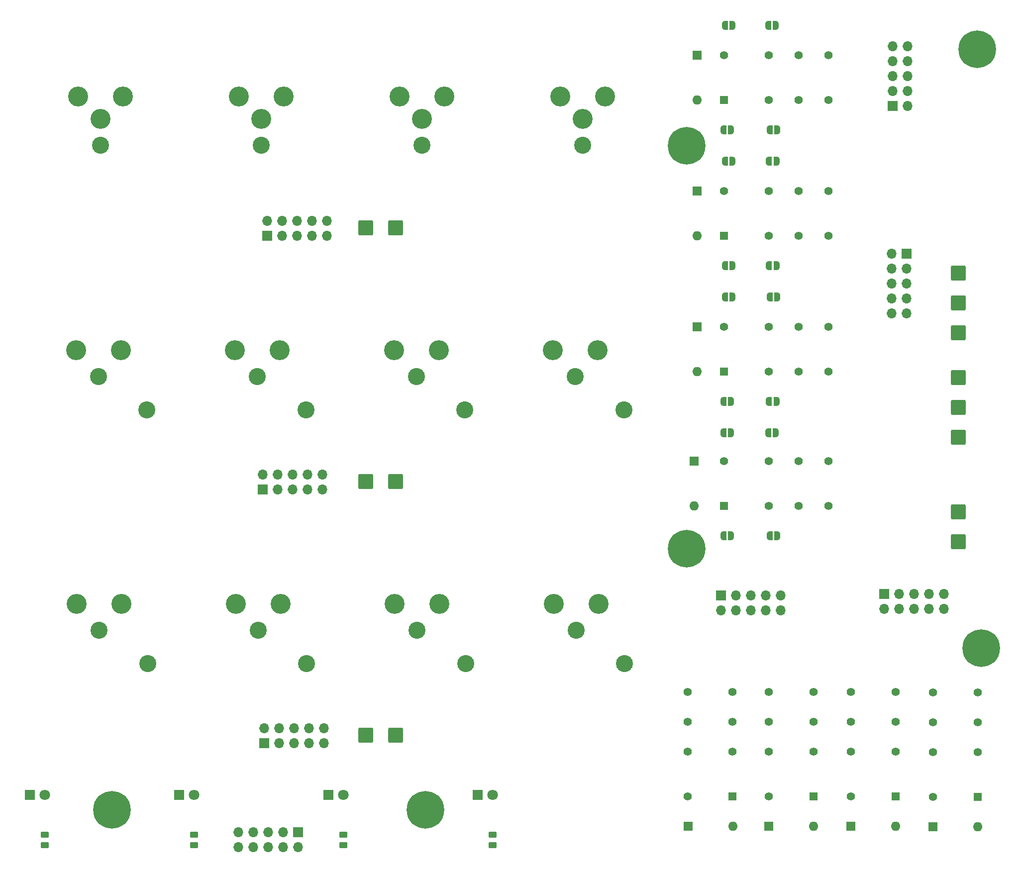
<source format=gbr>
%TF.GenerationSoftware,KiCad,Pcbnew,7.0.6*%
%TF.CreationDate,2023-11-21T22:10:31+01:00*%
%TF.ProjectId,EF_matrix,45465f6d-6174-4726-9978-2e6b69636164,rev?*%
%TF.SameCoordinates,Original*%
%TF.FileFunction,Soldermask,Top*%
%TF.FilePolarity,Negative*%
%FSLAX46Y46*%
G04 Gerber Fmt 4.6, Leading zero omitted, Abs format (unit mm)*
G04 Created by KiCad (PCBNEW 7.0.6) date 2023-11-21 22:10:31*
%MOMM*%
%LPD*%
G01*
G04 APERTURE LIST*
G04 Aperture macros list*
%AMRoundRect*
0 Rectangle with rounded corners*
0 $1 Rounding radius*
0 $2 $3 $4 $5 $6 $7 $8 $9 X,Y pos of 4 corners*
0 Add a 4 corners polygon primitive as box body*
4,1,4,$2,$3,$4,$5,$6,$7,$8,$9,$2,$3,0*
0 Add four circle primitives for the rounded corners*
1,1,$1+$1,$2,$3*
1,1,$1+$1,$4,$5*
1,1,$1+$1,$6,$7*
1,1,$1+$1,$8,$9*
0 Add four rect primitives between the rounded corners*
20,1,$1+$1,$2,$3,$4,$5,0*
20,1,$1+$1,$4,$5,$6,$7,0*
20,1,$1+$1,$6,$7,$8,$9,0*
20,1,$1+$1,$8,$9,$2,$3,0*%
%AMFreePoly0*
4,1,19,0.500000,-0.750000,0.000000,-0.750000,0.000000,-0.744911,-0.071157,-0.744911,-0.207708,-0.704816,-0.327430,-0.627875,-0.420627,-0.520320,-0.479746,-0.390866,-0.500000,-0.250000,-0.500000,0.250000,-0.479746,0.390866,-0.420627,0.520320,-0.327430,0.627875,-0.207708,0.704816,-0.071157,0.744911,0.000000,0.744911,0.000000,0.750000,0.500000,0.750000,0.500000,-0.750000,0.500000,-0.750000,
$1*%
%AMFreePoly1*
4,1,19,0.000000,0.744911,0.071157,0.744911,0.207708,0.704816,0.327430,0.627875,0.420627,0.520320,0.479746,0.390866,0.500000,0.250000,0.500000,-0.250000,0.479746,-0.390866,0.420627,-0.520320,0.327430,-0.627875,0.207708,-0.704816,0.071157,-0.744911,0.000000,-0.744911,0.000000,-0.750000,-0.500000,-0.750000,-0.500000,0.750000,0.000000,0.750000,0.000000,0.744911,0.000000,0.744911,
$1*%
G04 Aperture macros list end*
%ADD10RoundRect,0.250000X0.450000X-0.262500X0.450000X0.262500X-0.450000X0.262500X-0.450000X-0.262500X0*%
%ADD11C,3.400000*%
%ADD12C,2.900000*%
%ADD13R,1.400000X1.400000*%
%ADD14C,1.400000*%
%ADD15RoundRect,0.249999X1.025001X-1.025001X1.025001X1.025001X-1.025001X1.025001X-1.025001X-1.025001X0*%
%ADD16FreePoly0,0.000000*%
%ADD17FreePoly1,0.000000*%
%ADD18R,1.700000X1.700000*%
%ADD19O,1.700000X1.700000*%
%ADD20C,1.800000*%
%ADD21R,1.800000X1.800000*%
%ADD22FreePoly0,180.000000*%
%ADD23FreePoly1,180.000000*%
%ADD24R,1.600000X1.600000*%
%ADD25O,1.600000X1.600000*%
%ADD26RoundRect,0.249999X-1.025001X-1.025001X1.025001X-1.025001X1.025001X1.025001X-1.025001X1.025001X0*%
%ADD27C,0.800000*%
%ADD28C,6.400000*%
%ADD29RoundRect,0.250000X-0.450000X0.262500X-0.450000X-0.262500X0.450000X-0.262500X0.450000X0.262500X0*%
G04 APERTURE END LIST*
D10*
%TO.C,R5*%
X19050000Y-154027500D03*
X19050000Y-155852500D03*
%TD*%
D11*
%TO.C,J6*%
X32136000Y-114808000D03*
X24516000Y-114808000D03*
D12*
X28326000Y-119258000D03*
X36576000Y-124968000D03*
%TD*%
D13*
%TO.C,K2*%
X136096500Y-147548052D03*
D14*
X136096500Y-139928052D03*
X136096500Y-134848052D03*
X136096500Y-129768052D03*
X128476500Y-129768052D03*
X128476500Y-134848052D03*
X128476500Y-139928052D03*
X128476500Y-147548052D03*
%TD*%
D15*
%TO.C,J40*%
X174545500Y-58459052D03*
%TD*%
D16*
%TO.C,JP7*%
X134779500Y-62523052D03*
D17*
X136079500Y-62523052D03*
%TD*%
D15*
%TO.C,J22*%
X73660000Y-93980000D03*
%TD*%
D16*
%TO.C,JP5*%
X134779500Y-16295052D03*
D17*
X136079500Y-16295052D03*
%TD*%
D18*
%TO.C,J1*%
X134159500Y-113323052D03*
D19*
X134159500Y-115863052D03*
X136699500Y-113323052D03*
X136699500Y-115863052D03*
X139239500Y-113323052D03*
X139239500Y-115863052D03*
X141779500Y-113323052D03*
X141779500Y-115863052D03*
X144319500Y-113323052D03*
X144319500Y-115863052D03*
%TD*%
D16*
%TO.C,JP2*%
X142287500Y-39409052D03*
D17*
X143587500Y-39409052D03*
%TD*%
D13*
%TO.C,K3*%
X134667500Y-52109052D03*
D14*
X142287500Y-52109052D03*
X147367500Y-52109052D03*
X152447500Y-52109052D03*
X152447500Y-44489052D03*
X147367500Y-44489052D03*
X142287500Y-44489052D03*
X134667500Y-44489052D03*
%TD*%
D20*
%TO.C,D2*%
X44445000Y-147320000D03*
D21*
X41905000Y-147320000D03*
%TD*%
D11*
%TO.C,J15*%
X79420000Y-28448000D03*
X87040000Y-28448000D03*
X83230000Y-32258000D03*
D12*
X83230000Y-36703000D03*
%TD*%
D10*
%TO.C,R4*%
X44450000Y-154027500D03*
X44450000Y-155852500D03*
%TD*%
D22*
%TO.C,JP13*%
X135825500Y-34075052D03*
D23*
X134525500Y-34075052D03*
%TD*%
D11*
%TO.C,J9*%
X86104000Y-71628000D03*
X78484000Y-71628000D03*
D12*
X82294000Y-76078000D03*
X90544000Y-81788000D03*
%TD*%
D24*
%TO.C,D8*%
X129587500Y-90463052D03*
D25*
X129587500Y-98083052D03*
%TD*%
D16*
%TO.C,JP9*%
X142399500Y-34075052D03*
D17*
X143699500Y-34075052D03*
%TD*%
D15*
%TO.C,J39*%
X174545500Y-76239052D03*
%TD*%
D26*
%TO.C,J2*%
X78740000Y-50800000D03*
%TD*%
D27*
%TO.C,REF\u002A\u002A*%
X128270000Y-39230000D03*
X126572944Y-38527056D03*
X129967056Y-38527056D03*
X125870000Y-36830000D03*
D28*
X128270000Y-36830000D03*
D27*
X130670000Y-36830000D03*
X126572944Y-35132944D03*
X129967056Y-35132944D03*
X128270000Y-34430000D03*
%TD*%
%TO.C,REF\u002A\u002A*%
X178380000Y-124740000D03*
X176682944Y-124037056D03*
X180077056Y-124037056D03*
X175980000Y-122340000D03*
D28*
X178380000Y-122340000D03*
D27*
X180780000Y-122340000D03*
X176682944Y-120642944D03*
X180077056Y-120642944D03*
X178380000Y-119940000D03*
%TD*%
D13*
%TO.C,K5*%
X134667500Y-98083052D03*
D14*
X142287500Y-98083052D03*
X147367500Y-98083052D03*
X152447500Y-98083052D03*
X152447500Y-90463052D03*
X147367500Y-90463052D03*
X142287500Y-90463052D03*
X134667500Y-90463052D03*
%TD*%
D20*
%TO.C,D1*%
X19045000Y-147320000D03*
D21*
X16505000Y-147320000D03*
%TD*%
D16*
%TO.C,JP6*%
X134779500Y-39409052D03*
D17*
X136079500Y-39409052D03*
%TD*%
D18*
%TO.C,J3*%
X161875500Y-113049052D03*
D19*
X161875500Y-115589052D03*
X164415500Y-113049052D03*
X164415500Y-115589052D03*
X166955500Y-113049052D03*
X166955500Y-115589052D03*
X169495500Y-113049052D03*
X169495500Y-115589052D03*
X172035500Y-113049052D03*
X172035500Y-115589052D03*
%TD*%
D11*
%TO.C,J7*%
X59054000Y-71628000D03*
X51434000Y-71628000D03*
D12*
X55244000Y-76078000D03*
X63494000Y-81788000D03*
%TD*%
D13*
%TO.C,K6*%
X149860000Y-147580552D03*
D14*
X149860000Y-139960552D03*
X149860000Y-134880552D03*
X149860000Y-129800552D03*
X142240000Y-129800552D03*
X142240000Y-134880552D03*
X142240000Y-139960552D03*
X142240000Y-147580552D03*
%TD*%
D10*
%TO.C,R3*%
X69850000Y-154027500D03*
X69850000Y-155852500D03*
%TD*%
D15*
%TO.C,J36*%
X174545500Y-86399052D03*
%TD*%
D16*
%TO.C,JP12*%
X142399500Y-103163052D03*
D17*
X143699500Y-103163052D03*
%TD*%
D11*
%TO.C,J14*%
X52070000Y-28448000D03*
X59690000Y-28448000D03*
X55880000Y-32258000D03*
D12*
X55880000Y-36703000D03*
%TD*%
D16*
%TO.C,JP11*%
X142287500Y-80303052D03*
D17*
X143587500Y-80303052D03*
%TD*%
D15*
%TO.C,J23*%
X73660000Y-137160000D03*
%TD*%
D27*
%TO.C,REF\u002A\u002A*%
X32880000Y-149860000D03*
X32177056Y-151557056D03*
X32177056Y-148162944D03*
X30480000Y-152260000D03*
D28*
X30480000Y-149860000D03*
D27*
X30480000Y-147460000D03*
X28782944Y-151557056D03*
X28782944Y-148162944D03*
X28080000Y-149860000D03*
%TD*%
D11*
%TO.C,J11*%
X113154000Y-71628000D03*
X105534000Y-71628000D03*
D12*
X109344000Y-76078000D03*
X117594000Y-81788000D03*
%TD*%
D15*
%TO.C,J37*%
X174545500Y-68619052D03*
%TD*%
D22*
%TO.C,JP16*%
X135825500Y-103163052D03*
D23*
X134525500Y-103163052D03*
%TD*%
D24*
%TO.C,D6*%
X130095500Y-44489052D03*
D25*
X130095500Y-52109052D03*
%TD*%
D15*
%TO.C,J38*%
X174545500Y-63539052D03*
%TD*%
D20*
%TO.C,D4*%
X95245000Y-147320000D03*
D21*
X92705000Y-147320000D03*
%TD*%
D27*
%TO.C,REF\u002A\u002A*%
X86220000Y-149860000D03*
X85517056Y-151557056D03*
X85517056Y-148162944D03*
X83820000Y-152260000D03*
D28*
X83820000Y-149860000D03*
D27*
X83820000Y-147460000D03*
X82122944Y-151557056D03*
X82122944Y-148162944D03*
X81420000Y-149860000D03*
%TD*%
D16*
%TO.C,JP3*%
X142399500Y-62523052D03*
D17*
X143699500Y-62523052D03*
%TD*%
D13*
%TO.C,K4*%
X134667500Y-75223052D03*
D14*
X142287500Y-75223052D03*
X147367500Y-75223052D03*
X152447500Y-75223052D03*
X152447500Y-67603052D03*
X147367500Y-67603052D03*
X142287500Y-67603052D03*
X134667500Y-67603052D03*
%TD*%
D26*
%TO.C,J34*%
X73660000Y-50800000D03*
%TD*%
D18*
%TO.C,J19*%
X163349500Y-29981052D03*
D19*
X165889500Y-29981052D03*
X163349500Y-27441052D03*
X165889500Y-27441052D03*
X163349500Y-24901052D03*
X165889500Y-24901052D03*
X163349500Y-22361052D03*
X165889500Y-22361052D03*
X163349500Y-19821052D03*
X165889500Y-19821052D03*
%TD*%
D16*
%TO.C,JP1*%
X142145500Y-16295052D03*
D17*
X143445500Y-16295052D03*
%TD*%
D11*
%TO.C,J10*%
X86236000Y-114808000D03*
X78616000Y-114808000D03*
D12*
X82426000Y-119258000D03*
X90676000Y-124968000D03*
%TD*%
D11*
%TO.C,J8*%
X59186000Y-114808000D03*
X51566000Y-114808000D03*
D12*
X55376000Y-119258000D03*
X63626000Y-124968000D03*
%TD*%
D16*
%TO.C,JP8*%
X134525500Y-85637052D03*
D17*
X135825500Y-85637052D03*
%TD*%
D22*
%TO.C,JP15*%
X135825500Y-80303052D03*
D23*
X134525500Y-80303052D03*
%TD*%
D15*
%TO.C,J35*%
X174545500Y-81319052D03*
%TD*%
D27*
%TO.C,REF\u002A\u002A*%
X177780000Y-22740000D03*
X176082944Y-22037056D03*
X179477056Y-22037056D03*
X175380000Y-20340000D03*
D28*
X177780000Y-20340000D03*
D27*
X180180000Y-20340000D03*
X176082944Y-18642944D03*
X179477056Y-18642944D03*
X177780000Y-17940000D03*
%TD*%
D24*
%TO.C,D5*%
X130095500Y-21375052D03*
D25*
X130095500Y-28995052D03*
%TD*%
D15*
%TO.C,J32*%
X174545500Y-104179052D03*
%TD*%
D24*
%TO.C,D7*%
X130095500Y-67603052D03*
D25*
X130095500Y-75223052D03*
%TD*%
D24*
%TO.C,D9*%
X128524000Y-152660552D03*
D25*
X136144000Y-152660552D03*
%TD*%
D13*
%TO.C,K1*%
X134667500Y-28995052D03*
D14*
X142287500Y-28995052D03*
X147367500Y-28995052D03*
X152447500Y-28995052D03*
X152447500Y-21375052D03*
X147367500Y-21375052D03*
X142287500Y-21375052D03*
X134667500Y-21375052D03*
%TD*%
D11*
%TO.C,J16*%
X106770000Y-28448000D03*
X114390000Y-28448000D03*
X110580000Y-32258000D03*
D12*
X110580000Y-36703000D03*
%TD*%
D16*
%TO.C,JP4*%
X142145500Y-85637052D03*
D17*
X143445500Y-85637052D03*
%TD*%
D22*
%TO.C,JP14*%
X136079500Y-57189052D03*
D23*
X134779500Y-57189052D03*
%TD*%
D24*
%TO.C,D10*%
X142240000Y-152660552D03*
D25*
X149860000Y-152660552D03*
%TD*%
D11*
%TO.C,J12*%
X113286000Y-114808000D03*
X105666000Y-114808000D03*
D12*
X109476000Y-119258000D03*
X117726000Y-124968000D03*
%TD*%
D29*
%TO.C,R1*%
X95250000Y-155852500D03*
X95250000Y-154027500D03*
%TD*%
D16*
%TO.C,JP10*%
X142287500Y-57189052D03*
D17*
X143587500Y-57189052D03*
%TD*%
D24*
%TO.C,D12*%
X156210000Y-152660552D03*
D25*
X163830000Y-152660552D03*
%TD*%
D20*
%TO.C,D3*%
X69845000Y-147320000D03*
D21*
X67305000Y-147320000D03*
%TD*%
D13*
%TO.C,K7*%
X177800000Y-147613052D03*
D14*
X177800000Y-139993052D03*
X177800000Y-134913052D03*
X177800000Y-129833052D03*
X170180000Y-129833052D03*
X170180000Y-134913052D03*
X170180000Y-139993052D03*
X170180000Y-147613052D03*
%TD*%
D11*
%TO.C,J13*%
X24720000Y-28448000D03*
X32340000Y-28448000D03*
X28530000Y-32258000D03*
D12*
X28530000Y-36703000D03*
%TD*%
D15*
%TO.C,J33*%
X174545500Y-99099052D03*
%TD*%
D18*
%TO.C,J18*%
X165675500Y-55187052D03*
D19*
X163135500Y-55187052D03*
X165675500Y-57727052D03*
X163135500Y-57727052D03*
X165675500Y-60267052D03*
X163135500Y-60267052D03*
X165675500Y-62807052D03*
X163135500Y-62807052D03*
X165675500Y-65347052D03*
X163135500Y-65347052D03*
%TD*%
D15*
%TO.C,J25*%
X78740000Y-93980000D03*
%TD*%
D27*
%TO.C,REF\u002A\u002A*%
X128270000Y-102940000D03*
X129967056Y-103642944D03*
X126572944Y-103642944D03*
X130670000Y-105340000D03*
D28*
X128270000Y-105340000D03*
D27*
X125870000Y-105340000D03*
X129967056Y-107037056D03*
X126572944Y-107037056D03*
X128270000Y-107740000D03*
%TD*%
D24*
%TO.C,D11*%
X170180000Y-152693052D03*
D25*
X177800000Y-152693052D03*
%TD*%
D15*
%TO.C,J26*%
X78740000Y-137160000D03*
%TD*%
D13*
%TO.C,K8*%
X163830000Y-147580552D03*
D14*
X163830000Y-139960552D03*
X163830000Y-134880552D03*
X163830000Y-129800552D03*
X156210000Y-129800552D03*
X156210000Y-134880552D03*
X156210000Y-139960552D03*
X156210000Y-147580552D03*
%TD*%
D11*
%TO.C,J5*%
X32004000Y-71628000D03*
X24384000Y-71628000D03*
D12*
X28194000Y-76078000D03*
X36444000Y-81788000D03*
%TD*%
D19*
%TO.C,J20*%
X52040000Y-156190000D03*
X52040000Y-153650000D03*
X54580000Y-156190000D03*
X54580000Y-153650000D03*
X57120000Y-156190000D03*
X57120000Y-153650000D03*
X59660000Y-156190000D03*
X59660000Y-153650000D03*
X62200000Y-156190000D03*
D18*
X62200000Y-153650000D03*
%TD*%
%TO.C,J31*%
X56926000Y-52090000D03*
D19*
X56926000Y-49550000D03*
X59466000Y-52090000D03*
X59466000Y-49550000D03*
X62006000Y-52090000D03*
X62006000Y-49550000D03*
X64546000Y-52090000D03*
X64546000Y-49550000D03*
X67086000Y-52090000D03*
X67086000Y-49550000D03*
%TD*%
D18*
%TO.C,J17*%
X56164000Y-95270000D03*
D19*
X56164000Y-92730000D03*
X58704000Y-95270000D03*
X58704000Y-92730000D03*
X61244000Y-95270000D03*
X61244000Y-92730000D03*
X63784000Y-95270000D03*
X63784000Y-92730000D03*
X66324000Y-95270000D03*
X66324000Y-92730000D03*
%TD*%
D18*
%TO.C,J4*%
X56418000Y-138450000D03*
D19*
X56418000Y-135910000D03*
X58958000Y-138450000D03*
X58958000Y-135910000D03*
X61498000Y-138450000D03*
X61498000Y-135910000D03*
X64038000Y-138450000D03*
X64038000Y-135910000D03*
X66578000Y-138450000D03*
X66578000Y-135910000D03*
%TD*%
M02*

</source>
